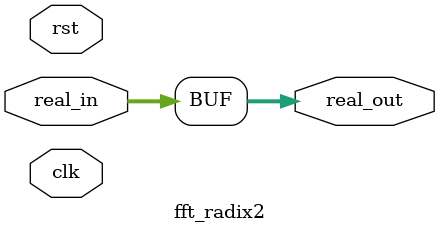
<source format=v>
module fft_radix2(
    input clk,
    input rst,
    input signed [15:0] real_in,
    output signed [15:0] real_out
);
    
    assign real_out = real_in; // placeholder for structural FFT
endmodule

</source>
